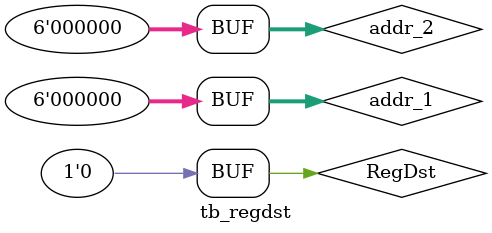
<source format=v>
`timescale 1ns / 1ps


module tb_regdst;

	// Inputs
	reg [5:0] addr_1;
	reg [5:0] addr_2;
	reg RegDst;

	// Outputs
	wire [5:0] write_addr;

	// Instantiate the Unit Under Test (UUT)
	regdst_mux uut (
		.addr_1(addr_1), 
		.addr_2(addr_2), 
		.RegDst(RegDst), 
		.write_addr(write_addr)
	);

	initial begin
		// Initialize Inputs
		addr_1 = 0;
		addr_2 = 0;
		RegDst = 0;

		// Wait 100 ns for global reset to finish
		#100;
        
		// Add stimulus here

	end
      
endmodule


</source>
